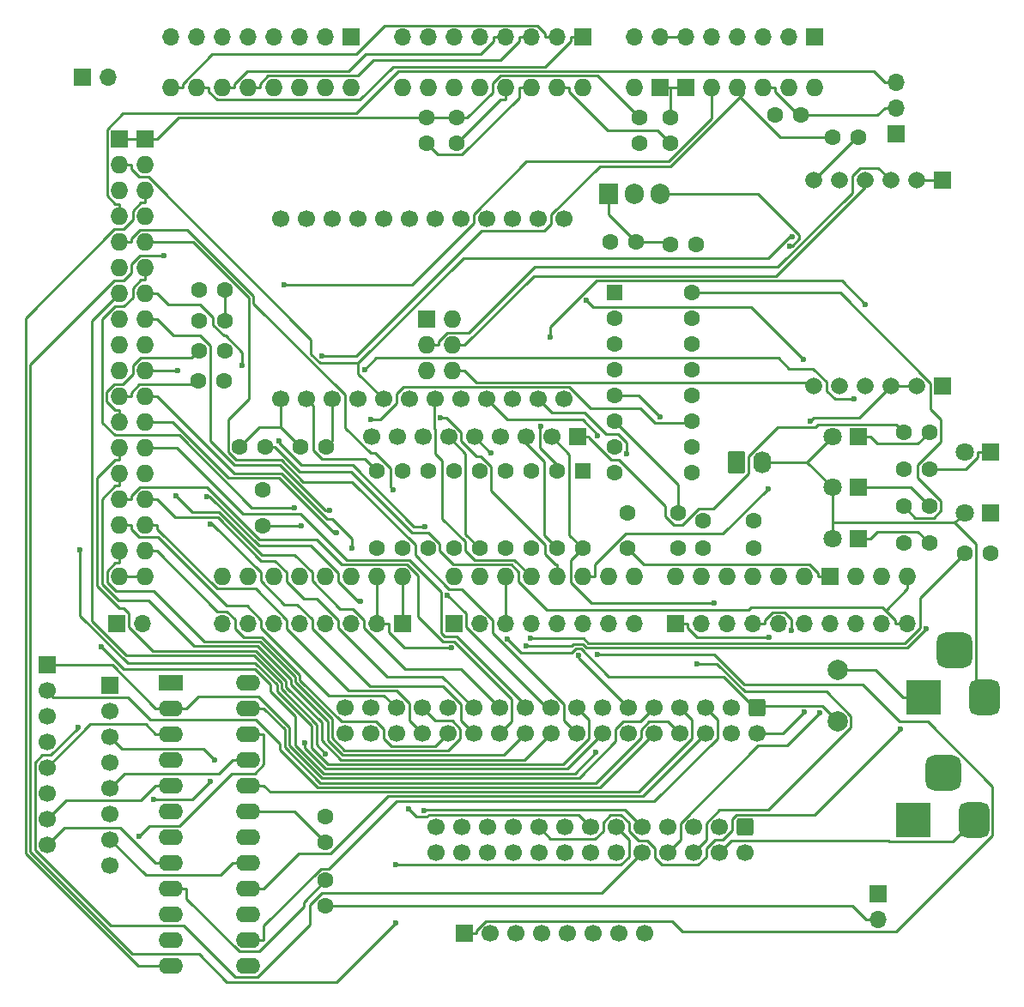
<source format=gbr>
G04 #@! TF.GenerationSoftware,KiCad,Pcbnew,9.0.4*
G04 #@! TF.CreationDate,2026-01-29T18:50:57+10:00*
G04 #@! TF.ProjectId,Jet Ranger DUE Prod Radio Controller,4a657420-5261-46e6-9765-722044554520,rev?*
G04 #@! TF.SameCoordinates,Original*
G04 #@! TF.FileFunction,Copper,L1,Top*
G04 #@! TF.FilePolarity,Positive*
%FSLAX46Y46*%
G04 Gerber Fmt 4.6, Leading zero omitted, Abs format (unit mm)*
G04 Created by KiCad (PCBNEW 9.0.4) date 2026-01-29 18:50:57*
%MOMM*%
%LPD*%
G01*
G04 APERTURE LIST*
G04 Aperture macros list*
%AMRoundRect*
0 Rectangle with rounded corners*
0 $1 Rounding radius*
0 $2 $3 $4 $5 $6 $7 $8 $9 X,Y pos of 4 corners*
0 Add a 4 corners polygon primitive as box body*
4,1,4,$2,$3,$4,$5,$6,$7,$8,$9,$2,$3,0*
0 Add four circle primitives for the rounded corners*
1,1,$1+$1,$2,$3*
1,1,$1+$1,$4,$5*
1,1,$1+$1,$6,$7*
1,1,$1+$1,$8,$9*
0 Add four rect primitives between the rounded corners*
20,1,$1+$1,$2,$3,$4,$5,0*
20,1,$1+$1,$4,$5,$6,$7,0*
20,1,$1+$1,$6,$7,$8,$9,0*
20,1,$1+$1,$8,$9,$2,$3,0*%
G04 Aperture macros list end*
G04 #@! TA.AperFunction,ComponentPad*
%ADD10C,1.600000*%
G04 #@! TD*
G04 #@! TA.AperFunction,ComponentPad*
%ADD11R,1.700000X1.700000*%
G04 #@! TD*
G04 #@! TA.AperFunction,ComponentPad*
%ADD12O,1.700000X1.700000*%
G04 #@! TD*
G04 #@! TA.AperFunction,ComponentPad*
%ADD13R,2.400000X1.600000*%
G04 #@! TD*
G04 #@! TA.AperFunction,ComponentPad*
%ADD14O,2.400000X1.600000*%
G04 #@! TD*
G04 #@! TA.AperFunction,ComponentPad*
%ADD15RoundRect,0.250000X-0.620000X-0.845000X0.620000X-0.845000X0.620000X0.845000X-0.620000X0.845000X0*%
G04 #@! TD*
G04 #@! TA.AperFunction,ComponentPad*
%ADD16O,1.740000X2.190000*%
G04 #@! TD*
G04 #@! TA.AperFunction,ComponentPad*
%ADD17R,1.800000X1.800000*%
G04 #@! TD*
G04 #@! TA.AperFunction,ComponentPad*
%ADD18C,1.800000*%
G04 #@! TD*
G04 #@! TA.AperFunction,ComponentPad*
%ADD19R,3.500000X3.500000*%
G04 #@! TD*
G04 #@! TA.AperFunction,ComponentPad*
%ADD20RoundRect,0.750000X0.750000X1.000000X-0.750000X1.000000X-0.750000X-1.000000X0.750000X-1.000000X0*%
G04 #@! TD*
G04 #@! TA.AperFunction,ComponentPad*
%ADD21RoundRect,0.875000X0.875000X0.875000X-0.875000X0.875000X-0.875000X-0.875000X0.875000X-0.875000X0*%
G04 #@! TD*
G04 #@! TA.AperFunction,ComponentPad*
%ADD22C,1.700000*%
G04 #@! TD*
G04 #@! TA.AperFunction,ComponentPad*
%ADD23RoundRect,0.250000X-0.550000X-0.550000X0.550000X-0.550000X0.550000X0.550000X-0.550000X0.550000X0*%
G04 #@! TD*
G04 #@! TA.AperFunction,ComponentPad*
%ADD24RoundRect,0.250000X-0.550000X0.550000X-0.550000X-0.550000X0.550000X-0.550000X0.550000X0.550000X0*%
G04 #@! TD*
G04 #@! TA.AperFunction,ComponentPad*
%ADD25C,2.000000*%
G04 #@! TD*
G04 #@! TA.AperFunction,ComponentPad*
%ADD26R,1.905000X2.000000*%
G04 #@! TD*
G04 #@! TA.AperFunction,ComponentPad*
%ADD27O,1.905000X2.000000*%
G04 #@! TD*
G04 #@! TA.AperFunction,ComponentPad*
%ADD28R,1.665000X1.665000*%
G04 #@! TD*
G04 #@! TA.AperFunction,ComponentPad*
%ADD29C,1.665000*%
G04 #@! TD*
G04 #@! TA.AperFunction,ComponentPad*
%ADD30RoundRect,0.250000X-0.600000X0.600000X-0.600000X-0.600000X0.600000X-0.600000X0.600000X0.600000X0*%
G04 #@! TD*
G04 #@! TA.AperFunction,ComponentPad*
%ADD31O,1.727200X1.727200*%
G04 #@! TD*
G04 #@! TA.AperFunction,ComponentPad*
%ADD32R,1.727200X1.727200*%
G04 #@! TD*
G04 #@! TA.AperFunction,ViaPad*
%ADD33C,0.600000*%
G04 #@! TD*
G04 #@! TA.AperFunction,Conductor*
%ADD34C,0.250000*%
G04 #@! TD*
G04 APERTURE END LIST*
D10*
X70940000Y-51500000D03*
X70940000Y-49000000D03*
X103250000Y-91500000D03*
X98250000Y-91500000D03*
D11*
X63500000Y-41046400D03*
D12*
X60960000Y-41046400D03*
X58420000Y-41046400D03*
X55880000Y-41046400D03*
X53340000Y-41046400D03*
X50800000Y-41046400D03*
X48260000Y-41046400D03*
X45720000Y-41046400D03*
D13*
X45750000Y-104750000D03*
D14*
X45750000Y-107290000D03*
X45750000Y-109830000D03*
X45750000Y-112370000D03*
X45750000Y-114910000D03*
X45750000Y-117450000D03*
X45750000Y-119990000D03*
X45750000Y-122530000D03*
X45750000Y-125070000D03*
X45750000Y-127610000D03*
X45750000Y-130150000D03*
X45750000Y-132690000D03*
X53370000Y-132690000D03*
X53370000Y-130150000D03*
X53370000Y-127610000D03*
X53370000Y-125070000D03*
X53370000Y-122530000D03*
X53370000Y-119990000D03*
X53370000Y-117450000D03*
X53370000Y-114910000D03*
X53370000Y-112370000D03*
X53370000Y-109830000D03*
X53370000Y-107290000D03*
X53370000Y-104750000D03*
D11*
X117298000Y-50550000D03*
D12*
X117298000Y-48010000D03*
X117298000Y-45470000D03*
D11*
X86360000Y-41046400D03*
D12*
X83820000Y-41046400D03*
X81280000Y-41046400D03*
X78740000Y-41046400D03*
X76200000Y-41046400D03*
X73660000Y-41046400D03*
X71120000Y-41046400D03*
X68580000Y-41046400D03*
D15*
X101500000Y-83000000D03*
D16*
X104040000Y-83000000D03*
D10*
X51040000Y-72000000D03*
X48500000Y-72000000D03*
D17*
X126540000Y-88000000D03*
D18*
X124000000Y-88000000D03*
D10*
X61000000Y-117960000D03*
X61000000Y-120500000D03*
X118000000Y-83666700D03*
X120540000Y-83666700D03*
X51040000Y-66000000D03*
X48500000Y-66000000D03*
X118000000Y-80000000D03*
X120540000Y-80000000D03*
D11*
X37000000Y-45000000D03*
D12*
X39540000Y-45000000D03*
D19*
X118949000Y-118350000D03*
D20*
X124949000Y-118350000D03*
D21*
X121949000Y-113650000D03*
D11*
X74720000Y-129500000D03*
D22*
X77260000Y-129500000D03*
X79800000Y-129500000D03*
X82340000Y-129500000D03*
X84880000Y-129500000D03*
X87420000Y-129500000D03*
X89960000Y-129500000D03*
X92500000Y-129500000D03*
D23*
X89515000Y-66250000D03*
D10*
X89515000Y-68790000D03*
X89515000Y-71330000D03*
X89515000Y-73870000D03*
X89515000Y-76410000D03*
X89515000Y-78950000D03*
X89515000Y-81490000D03*
X89515000Y-84030000D03*
X97135000Y-84030000D03*
X97135000Y-81490000D03*
X97135000Y-78950000D03*
X97135000Y-76410000D03*
X97135000Y-73870000D03*
X97135000Y-71330000D03*
X97135000Y-68790000D03*
X97135000Y-66250000D03*
X73950000Y-51500000D03*
X73950000Y-49000000D03*
D17*
X113500000Y-85500000D03*
D18*
X110960000Y-85500000D03*
D10*
X54750000Y-85750000D03*
X54750000Y-89250000D03*
D17*
X126540000Y-82000000D03*
D18*
X124000000Y-82000000D03*
D24*
X86320000Y-83880000D03*
D10*
X83780000Y-83880000D03*
X81240000Y-83880000D03*
X78700000Y-83880000D03*
X76160000Y-83880000D03*
X73620000Y-83880000D03*
X71080000Y-83880000D03*
X68540000Y-83880000D03*
X66000000Y-83880000D03*
X66000000Y-91500000D03*
X68540000Y-91500000D03*
X71080000Y-91500000D03*
X73620000Y-91500000D03*
X76160000Y-91500000D03*
X78700000Y-91500000D03*
X81240000Y-91500000D03*
X83780000Y-91500000D03*
X86320000Y-91500000D03*
X51040000Y-69000000D03*
X48500000Y-69000000D03*
X51000000Y-75000000D03*
X48460000Y-75000000D03*
X118000000Y-87333300D03*
X120540000Y-87333300D03*
X124000000Y-92000000D03*
X126540000Y-92000000D03*
D25*
X111490000Y-108580000D03*
X111500000Y-103500000D03*
D11*
X68580000Y-98958400D03*
D12*
X66040000Y-98958400D03*
X63500000Y-98958400D03*
X60960000Y-98958400D03*
X58420000Y-98958400D03*
X55880000Y-98958400D03*
X53340000Y-98958400D03*
X50800000Y-98958400D03*
D11*
X33500000Y-103000000D03*
D22*
X33500000Y-105540000D03*
X33500000Y-108080000D03*
X33500000Y-110620000D03*
X33500000Y-113160000D03*
X33500000Y-115700000D03*
X33500000Y-118240000D03*
X33500000Y-120780000D03*
D10*
X94960000Y-61500000D03*
X97500000Y-61500000D03*
D26*
X88920000Y-56500000D03*
D27*
X91460000Y-56500000D03*
X94000000Y-56500000D03*
D28*
X121809000Y-55183300D03*
D29*
X119269000Y-55183300D03*
X116729000Y-55183300D03*
X114189000Y-55183300D03*
X111649000Y-55183300D03*
X109109000Y-55183300D03*
D28*
X121809000Y-75503300D03*
D29*
X119269000Y-75503300D03*
X116729000Y-75503300D03*
X114189000Y-75503300D03*
X111649000Y-75503300D03*
X109109000Y-75503300D03*
D17*
X113500000Y-90500000D03*
D18*
X110960000Y-90500000D03*
D10*
X118000000Y-91000000D03*
X120540000Y-91000000D03*
D11*
X109220000Y-41046400D03*
D12*
X106680000Y-41046400D03*
X104140000Y-41046400D03*
X101600000Y-41046400D03*
X99060000Y-41046400D03*
X96520000Y-41046400D03*
X93980000Y-41046400D03*
X91440000Y-41046400D03*
D10*
X95000000Y-51500000D03*
X95000000Y-49000000D03*
D11*
X115450000Y-125560000D03*
D12*
X115450000Y-128100000D03*
D10*
X58500000Y-81500000D03*
X61040000Y-81500000D03*
X61000000Y-126750000D03*
X61000000Y-124250000D03*
D22*
X56560000Y-76750000D03*
X59100000Y-76750000D03*
X61640000Y-76750000D03*
X64180000Y-76750000D03*
X66720000Y-76750000D03*
X69260000Y-76750000D03*
X71800000Y-76750000D03*
X74340000Y-76750000D03*
X76880000Y-76750000D03*
X79420000Y-76750000D03*
X81960000Y-76750000D03*
X84500000Y-76750000D03*
X84500000Y-58970000D03*
X81960000Y-58970000D03*
X79420000Y-58970000D03*
X76880000Y-58970000D03*
X74340000Y-58970000D03*
X71800000Y-58970000D03*
X69260000Y-58970000D03*
X66720000Y-58970000D03*
X64180000Y-58970000D03*
X61640000Y-58970000D03*
X59100000Y-58970000D03*
X56560000Y-58970000D03*
D10*
X110960000Y-50900000D03*
X113500000Y-50900000D03*
X89037500Y-61212500D03*
X91577500Y-61212500D03*
D30*
X103530000Y-107250000D03*
D22*
X103530000Y-109790000D03*
X100990000Y-107250000D03*
X100990000Y-109790000D03*
X98450000Y-107250000D03*
X98450000Y-109790000D03*
X95910000Y-107250000D03*
X95910000Y-109790000D03*
X93370000Y-107250000D03*
X93370000Y-109790000D03*
X90830000Y-107250000D03*
X90830000Y-109790000D03*
X88290000Y-107250000D03*
X88290000Y-109790000D03*
X85750000Y-107250000D03*
X85750000Y-109790000D03*
X83210000Y-107250000D03*
X83210000Y-109790000D03*
X80670000Y-107250000D03*
X80670000Y-109790000D03*
X78130000Y-107250000D03*
X78130000Y-109790000D03*
X75590000Y-107250000D03*
X75590000Y-109790000D03*
X73050000Y-107250000D03*
X73050000Y-109790000D03*
X70510000Y-107250000D03*
X70510000Y-109790000D03*
X67970000Y-107250000D03*
X67970000Y-109790000D03*
X65430000Y-107250000D03*
X65430000Y-109790000D03*
X62890000Y-107250000D03*
X62890000Y-109790000D03*
D10*
X52500000Y-81500000D03*
X55040000Y-81500000D03*
X105350000Y-48750000D03*
X107890000Y-48750000D03*
X91990000Y-51500000D03*
X91990000Y-49000000D03*
D11*
X39750000Y-105000000D03*
D22*
X39750000Y-107540000D03*
X39750000Y-110080000D03*
X39750000Y-112620000D03*
X39750000Y-115160000D03*
X39750000Y-117700000D03*
X39750000Y-120240000D03*
X39750000Y-122780000D03*
D17*
X113500000Y-80500000D03*
D18*
X110960000Y-80500000D03*
D10*
X103250000Y-88750000D03*
X98250000Y-88750000D03*
X95750000Y-88000000D03*
X90750000Y-88000000D03*
D11*
X85820000Y-80500000D03*
D22*
X83280000Y-80500000D03*
X80740000Y-80500000D03*
X78200000Y-80500000D03*
X75660000Y-80500000D03*
X73120000Y-80500000D03*
X70580000Y-80500000D03*
X68040000Y-80500000D03*
X65500000Y-80500000D03*
D19*
X120000000Y-106207500D03*
D20*
X126000000Y-106207500D03*
D21*
X123000000Y-101507500D03*
D11*
X95504000Y-98958400D03*
D12*
X98044000Y-98958400D03*
X100584000Y-98958400D03*
X103124000Y-98958400D03*
X105664000Y-98958400D03*
X108204000Y-98958400D03*
X110744000Y-98958400D03*
X113284000Y-98958400D03*
X115824000Y-98958400D03*
X118364000Y-98958400D03*
D30*
X102330000Y-119000000D03*
D22*
X102330000Y-121540000D03*
X99790000Y-119000000D03*
X99790000Y-121540000D03*
X97250000Y-119000000D03*
X97250000Y-121540000D03*
X94710000Y-119000000D03*
X94710000Y-121540000D03*
X92170000Y-119000000D03*
X92170000Y-121540000D03*
X89630000Y-119000000D03*
X89630000Y-121540000D03*
X87090000Y-119000000D03*
X87090000Y-121540000D03*
X84550000Y-119000000D03*
X84550000Y-121540000D03*
X82010000Y-119000000D03*
X82010000Y-121540000D03*
X79470000Y-119000000D03*
X79470000Y-121540000D03*
X76930000Y-119000000D03*
X76930000Y-121540000D03*
X74390000Y-119000000D03*
X74390000Y-121540000D03*
X71850000Y-119000000D03*
X71850000Y-121540000D03*
D10*
X95750000Y-91500000D03*
X90750000Y-91500000D03*
D11*
X40411400Y-98933000D03*
D12*
X42951400Y-98933000D03*
D11*
X73660000Y-98958400D03*
D12*
X76200000Y-98958400D03*
X78740000Y-98958400D03*
X81280000Y-98958400D03*
X83820000Y-98958400D03*
X86360000Y-98958400D03*
X88900000Y-98958400D03*
X91440000Y-98958400D03*
D31*
X109205000Y-46039300D03*
X101585000Y-46039300D03*
X99045000Y-46039300D03*
X70978000Y-73979300D03*
X43165000Y-94299300D03*
X40625000Y-94299300D03*
X86345000Y-46039300D03*
X83805000Y-46039300D03*
X81265000Y-46039300D03*
X78725000Y-46039300D03*
X76185000Y-46039300D03*
X73645000Y-46039300D03*
X71105000Y-46039300D03*
X68565000Y-46039300D03*
X63485000Y-46039300D03*
X60945000Y-46039300D03*
X58405000Y-46039300D03*
X55865000Y-46039300D03*
X113269000Y-94299300D03*
X48245000Y-46039300D03*
X45705000Y-46039300D03*
X73645000Y-94299300D03*
X76185000Y-94299300D03*
X78725000Y-94299300D03*
X81265000Y-94299300D03*
X83805000Y-94299300D03*
X86345000Y-94299300D03*
X88885000Y-94299300D03*
X91425000Y-94299300D03*
X95489000Y-94299300D03*
X98029000Y-94299300D03*
X100569000Y-94299300D03*
X103109000Y-94299300D03*
X105649000Y-94299300D03*
X108189000Y-94299300D03*
X68565000Y-94299300D03*
X66025000Y-94299300D03*
X63485000Y-94299300D03*
X60945000Y-94299300D03*
X58405000Y-94299300D03*
X55865000Y-94299300D03*
X53325000Y-94299300D03*
X50785000Y-94299300D03*
X43165000Y-91759300D03*
X40625000Y-91759300D03*
X43165000Y-89219300D03*
X40625000Y-89219300D03*
X43165000Y-86679300D03*
X40625000Y-86679300D03*
X43165000Y-84139300D03*
X40625000Y-84139300D03*
X43165000Y-81599300D03*
X40625000Y-81599300D03*
X43165000Y-79059300D03*
X40625000Y-79059300D03*
X43165000Y-76519300D03*
X40625000Y-76519300D03*
X43165000Y-73979300D03*
X40625000Y-73979300D03*
X43165000Y-71439300D03*
X40625000Y-71439300D03*
X43165000Y-68899300D03*
X40625000Y-68899300D03*
X43165000Y-66359300D03*
X40625000Y-66359300D03*
X43165000Y-63819300D03*
X40625000Y-63819300D03*
X43165000Y-61279300D03*
X40625000Y-61279300D03*
X43165000Y-58739300D03*
X40625000Y-58739300D03*
X43165000Y-56199300D03*
X40625000Y-56199300D03*
X43165000Y-53659300D03*
X40625000Y-53659300D03*
X53325000Y-46039300D03*
X50785000Y-46039300D03*
D32*
X110729000Y-94299300D03*
X96505000Y-46039300D03*
X93965000Y-46039300D03*
X70978000Y-68899300D03*
X43165000Y-51119300D03*
X40625000Y-51119300D03*
D31*
X106665000Y-46039300D03*
X73518000Y-73979300D03*
X70978000Y-71439300D03*
X104125000Y-46039300D03*
X73518000Y-68899300D03*
X73518000Y-71439300D03*
X118349000Y-94299300D03*
X115809000Y-94299300D03*
X91425000Y-46039300D03*
D33*
X87842200Y-101939600D03*
X58609300Y-89240800D03*
X78939900Y-100419800D03*
X56904100Y-65467500D03*
X57905500Y-87492500D03*
X58968800Y-110672300D03*
X64846500Y-73843600D03*
X113101900Y-76779200D03*
X106946400Y-99618400D03*
X49585200Y-89070500D03*
X107001400Y-60759200D03*
X82240800Y-79436500D03*
X120269100Y-99399900D03*
X80742100Y-101097800D03*
X81172600Y-100392500D03*
X73387400Y-101305500D03*
X104640200Y-85616000D03*
X108840900Y-78911900D03*
X60618700Y-72501000D03*
X62078500Y-89971000D03*
X56393900Y-80854300D03*
X70807600Y-89313000D03*
X43986500Y-116275400D03*
X49589200Y-114533600D03*
X50052500Y-112381600D03*
X36782800Y-91616000D03*
X63548700Y-91467300D03*
X46212800Y-86337900D03*
X67672100Y-85733200D03*
X73011000Y-96118700D03*
X109719200Y-107750800D03*
X108145400Y-72851500D03*
X86689300Y-66983400D03*
X42572800Y-119918900D03*
X99314000Y-96887100D03*
X77285200Y-82081800D03*
X85908100Y-102013700D03*
X65418600Y-78770900D03*
X97647000Y-102879200D03*
X104756100Y-100233500D03*
X94002700Y-78511200D03*
X52786900Y-73435300D03*
X36561300Y-109166000D03*
X46412500Y-73979400D03*
X49294500Y-86391100D03*
X64392200Y-96747600D03*
X70733700Y-117384900D03*
X108211900Y-107679500D03*
X106763400Y-61633700D03*
X61357400Y-87769400D03*
X69136600Y-117238600D03*
X90690700Y-82162200D03*
X61001100Y-111750000D03*
X38830000Y-101202200D03*
X87657600Y-111635600D03*
X114231600Y-67414300D03*
X117717900Y-109347400D03*
X83121400Y-70616000D03*
X87815200Y-80342400D03*
X67879900Y-122729800D03*
X45004500Y-62630600D03*
X67879900Y-128445400D03*
X72338200Y-78641000D03*
D34*
X99285600Y-101939600D02*
X87842200Y-101939600D01*
X74720000Y-129500000D02*
X75895100Y-129500000D01*
X126788500Y-114975000D02*
X120414700Y-108601200D01*
X96189300Y-129316500D02*
X117306100Y-129316500D01*
X113943900Y-104902400D02*
X102248400Y-104902400D01*
X75895100Y-129203000D02*
X76812400Y-128285700D01*
X75895100Y-129500000D02*
X75895100Y-129203000D01*
X117642700Y-108601200D02*
X113943900Y-104902400D01*
X117306100Y-129316500D02*
X126788500Y-119834100D01*
X126788500Y-119834100D02*
X126788500Y-114975000D01*
X95158500Y-128285700D02*
X96189300Y-129316500D01*
X120414700Y-108601200D02*
X117642700Y-108601200D01*
X76812400Y-128285700D02*
X95158500Y-128285700D01*
X102248400Y-104902400D02*
X99285600Y-101939600D01*
X74966500Y-49000000D02*
X77455000Y-46511500D01*
X108460000Y-83000000D02*
X110960000Y-85500000D01*
X126000000Y-106207500D02*
X125125200Y-105332700D01*
X108723200Y-93110600D02*
X92360600Y-93110600D01*
X110960000Y-90500000D02*
X110960000Y-88942600D01*
X44353700Y-51119300D02*
X46473000Y-49000000D01*
X95000000Y-46039300D02*
X96505000Y-46039300D01*
X58609300Y-89240800D02*
X54759200Y-89240800D01*
X122870700Y-120428300D02*
X116628300Y-120428300D01*
X59770000Y-77420000D02*
X59770000Y-81821600D01*
X110960000Y-88942600D02*
X123057400Y-88942600D01*
X109540300Y-93927700D02*
X108723200Y-93110600D01*
X116523200Y-120323200D02*
X101006800Y-120323200D01*
X108460000Y-83000000D02*
X110960000Y-80500000D01*
X59770000Y-81821600D02*
X60648700Y-82700300D01*
X87840600Y-44850600D02*
X91990000Y-49000000D01*
X60648700Y-82700300D02*
X64820300Y-82700300D01*
X78218500Y-44850600D02*
X87840600Y-44850600D01*
X110960000Y-88942600D02*
X110960000Y-85500000D01*
X40625000Y-51119300D02*
X43165000Y-51119300D01*
X46473000Y-49000000D02*
X70940000Y-49000000D01*
X54433600Y-131286400D02*
X52495800Y-131286400D01*
X77455000Y-45614100D02*
X78218500Y-44850600D01*
X64820300Y-82700300D02*
X66000000Y-83880000D01*
X116628300Y-120428300D02*
X116523200Y-120323200D01*
X93980000Y-41046400D02*
X96520000Y-41046400D01*
X125125200Y-91010400D02*
X123057400Y-88942600D01*
X47275100Y-126065700D02*
X47275100Y-125070000D01*
X58833800Y-126416200D02*
X58833800Y-126886200D01*
X70940000Y-49000000D02*
X73950000Y-49000000D01*
X59100000Y-76750000D02*
X59770000Y-77420000D01*
X92360600Y-93110600D02*
X90750000Y-91500000D01*
X54759200Y-89240800D02*
X54750000Y-89250000D01*
X58833800Y-126886200D02*
X54433600Y-131286400D01*
X119269000Y-55183300D02*
X121809000Y-55183300D01*
X77455000Y-46511500D02*
X77455000Y-45614100D01*
X123057400Y-88942600D02*
X124000000Y-88000000D01*
X73950000Y-49000000D02*
X74966500Y-49000000D01*
X43165000Y-51119300D02*
X44353700Y-51119300D01*
X124949000Y-118350000D02*
X122870700Y-120428300D01*
X125125200Y-105332700D02*
X125125200Y-91010400D01*
X93965000Y-46039300D02*
X95000000Y-46039300D01*
X52495800Y-131286400D02*
X47275100Y-126065700D01*
X109540300Y-94299300D02*
X109540300Y-93927700D01*
X101006800Y-120323200D02*
X99790000Y-121540000D01*
X61000000Y-124250000D02*
X58833800Y-126416200D01*
X104040000Y-83000000D02*
X108460000Y-83000000D01*
X95000000Y-46039300D02*
X95000000Y-49000000D01*
X45750000Y-125070000D02*
X47275100Y-125070000D01*
X110729000Y-94299300D02*
X109540300Y-94299300D01*
X114274900Y-128100000D02*
X112924900Y-126750000D01*
X115450000Y-128100000D02*
X114274900Y-128100000D01*
X112924900Y-126750000D02*
X61000000Y-126750000D01*
X53370000Y-117450000D02*
X57950000Y-117450000D01*
X57950000Y-117450000D02*
X61000000Y-120500000D01*
X111490000Y-108580000D02*
X109964400Y-107054400D01*
X80306600Y-101786500D02*
X85251400Y-101786500D01*
X103322600Y-107250000D02*
X103530000Y-107250000D01*
X85820000Y-80500000D02*
X86995100Y-80500000D01*
X96173300Y-89168100D02*
X97780100Y-87561300D01*
X86995100Y-80579600D02*
X89175500Y-82760000D01*
X117259400Y-79259400D02*
X118000000Y-80000000D01*
X105583400Y-79537000D02*
X109266100Y-79537000D01*
X102704100Y-84086400D02*
X102704100Y-82416300D01*
X89892700Y-82760000D02*
X94484200Y-87351500D01*
X109266100Y-79537000D02*
X109543700Y-79259400D01*
X85251400Y-101786500D02*
X85649300Y-101388600D01*
X86167100Y-101388600D02*
X88937500Y-104159000D01*
X103725600Y-107054400D02*
X103530000Y-107250000D01*
X94484200Y-88337800D02*
X95314500Y-89168100D01*
X85649300Y-101388600D02*
X86167100Y-101388600D01*
X109964400Y-107054400D02*
X103725600Y-107054400D01*
X100231600Y-104159000D02*
X103322600Y-107250000D01*
X97780100Y-87561300D02*
X99229200Y-87561300D01*
X99229200Y-87561300D02*
X102704100Y-84086400D01*
X109543700Y-79259400D02*
X117259400Y-79259400D01*
X94484200Y-87351500D02*
X94484200Y-88337800D01*
X89175500Y-82760000D02*
X89892700Y-82760000D01*
X102704100Y-82416300D02*
X105583400Y-79537000D01*
X78939900Y-100419800D02*
X80306600Y-101786500D01*
X86995100Y-80500000D02*
X86995100Y-80579600D01*
X95314500Y-89168100D02*
X96173300Y-89168100D01*
X88937500Y-104159000D02*
X100231600Y-104159000D01*
X31404400Y-68743500D02*
X31404400Y-121627500D01*
X41976300Y-59074800D02*
X41041800Y-60009300D01*
X41976300Y-58205100D02*
X41976300Y-59074800D01*
X40138600Y-60009300D02*
X31404400Y-68743500D01*
X43165000Y-57388000D02*
X42793400Y-57388000D01*
X42793400Y-57388000D02*
X41976300Y-58205100D01*
X31404400Y-121627500D02*
X42466900Y-132690000D01*
X42466900Y-132690000D02*
X45750000Y-132690000D01*
X43165000Y-56199300D02*
X43165000Y-57388000D01*
X41041800Y-60009300D02*
X40138600Y-60009300D01*
X121020700Y-88472500D02*
X121706800Y-87786400D01*
X121706800Y-87786400D02*
X121706800Y-86853100D01*
X121706800Y-86853100D02*
X119386000Y-84532300D01*
X119386000Y-84532300D02*
X119386000Y-83220500D01*
X51040000Y-66000000D02*
X51040000Y-69000000D01*
X56904100Y-65467500D02*
X69537300Y-65467500D01*
X118000000Y-87333300D02*
X119139200Y-88472500D01*
X99045000Y-49071600D02*
X99045000Y-46039300D01*
X69537300Y-65467500D02*
X75610000Y-59394800D01*
X94793600Y-53323000D02*
X99045000Y-49071600D01*
X120651300Y-75174500D02*
X111726800Y-66250000D01*
X111726800Y-66250000D02*
X97135000Y-66250000D01*
X40625000Y-94299300D02*
X43165000Y-94299300D01*
X119139200Y-88472500D02*
X121020700Y-88472500D01*
X121667700Y-80938800D02*
X121667700Y-78784300D01*
X119386000Y-83220500D02*
X121667700Y-80938800D01*
X80781700Y-53323000D02*
X94793600Y-53323000D01*
X121667700Y-78784300D02*
X120651300Y-77767900D01*
X75610000Y-59394800D02*
X75610000Y-58494700D01*
X120651300Y-77767900D02*
X120651300Y-75174500D01*
X75610000Y-58494700D02*
X80781700Y-53323000D01*
X114189000Y-55831200D02*
X114189000Y-55183300D01*
X81522400Y-64623600D02*
X105396600Y-64623600D01*
X73518000Y-71439300D02*
X74706700Y-71439300D01*
X74706700Y-71439300D02*
X81522400Y-64623600D01*
X105396600Y-64623600D02*
X114189000Y-55831200D01*
X46544100Y-80329300D02*
X40178100Y-80329300D01*
X41058200Y-67629300D02*
X41976300Y-66711200D01*
X60989000Y-113258500D02*
X58968800Y-111238300D01*
X57905500Y-87492500D02*
X53707300Y-87492500D01*
X41976300Y-65825100D02*
X42793400Y-65008000D01*
X84821500Y-113258500D02*
X60989000Y-113258500D01*
X38955900Y-79107100D02*
X38955900Y-68858600D01*
X58968800Y-111238300D02*
X58968800Y-110672300D01*
X42793400Y-65008000D02*
X43165000Y-65008000D01*
X40185200Y-67629300D02*
X41058200Y-67629300D01*
X41976300Y-66711200D02*
X41976300Y-65825100D01*
X40178100Y-80329300D02*
X38955900Y-79107100D01*
X53707300Y-87492500D02*
X46544100Y-80329300D01*
X88290000Y-109790000D02*
X84821500Y-113258500D01*
X38955900Y-68858600D02*
X40185200Y-67629300D01*
X43165000Y-63819300D02*
X43165000Y-65008000D01*
X105651300Y-72709300D02*
X106699300Y-73757300D01*
X110379000Y-75944100D02*
X111214100Y-76779200D01*
X61640000Y-76750000D02*
X61640000Y-80900000D01*
X106699300Y-73757300D02*
X109091400Y-73757300D01*
X111214100Y-76779200D02*
X113101900Y-76779200D01*
X64846500Y-73843600D02*
X65980800Y-72709300D01*
X61640000Y-80900000D02*
X61040000Y-81500000D01*
X110379000Y-75044900D02*
X110379000Y-75944100D01*
X109091400Y-73757300D02*
X110379000Y-75044900D01*
X65980800Y-72709300D02*
X105651300Y-72709300D01*
X118364000Y-98958400D02*
X117188900Y-98958400D01*
X71109200Y-89938100D02*
X72205100Y-91034000D01*
X79299700Y-93110600D02*
X79995000Y-93805900D01*
X72205100Y-91735400D02*
X73580300Y-93110600D01*
X118349000Y-95488000D02*
X116217400Y-97619600D01*
X73580300Y-93110600D02*
X79299700Y-93110600D01*
X115931000Y-97333200D02*
X116217400Y-97619600D01*
X55992000Y-81500000D02*
X58428100Y-83936100D01*
X117188900Y-98958400D02*
X117188900Y-98591100D01*
X82767700Y-97558200D02*
X102712600Y-97558200D01*
X118349000Y-94299300D02*
X118349000Y-95488000D01*
X69524200Y-89938100D02*
X71109200Y-89938100D01*
X102712600Y-97558200D02*
X102937600Y-97333200D01*
X79995000Y-93805900D02*
X79995000Y-94785500D01*
X58428100Y-83936100D02*
X63522200Y-83936100D01*
X79995000Y-94785500D02*
X82767700Y-97558200D01*
X63522200Y-83936100D02*
X69524200Y-89938100D01*
X102937600Y-97333200D02*
X115931000Y-97333200D01*
X55040000Y-81500000D02*
X55992000Y-81500000D01*
X72205100Y-91034000D02*
X72205100Y-91735400D01*
X117188900Y-98591100D02*
X116217400Y-97619600D01*
X103124000Y-98958400D02*
X104299100Y-98958400D01*
X104299100Y-98958400D02*
X104299100Y-98591100D01*
X106229300Y-97783300D02*
X106946400Y-98500400D01*
X105106900Y-97783300D02*
X106229300Y-97783300D01*
X106946400Y-98500400D02*
X106946400Y-99618400D01*
X104299100Y-98591100D02*
X105106900Y-97783300D01*
X74320000Y-108520000D02*
X75590000Y-109790000D01*
X40956000Y-75330600D02*
X41976200Y-74310400D01*
X54595000Y-94712500D02*
X56903900Y-97021400D01*
X59690000Y-98533400D02*
X59690000Y-99405000D01*
X58178000Y-97021400D02*
X59690000Y-98533400D01*
X59690000Y-99405000D02*
X65357000Y-105072000D01*
X47790700Y-72709300D02*
X48500000Y-72000000D01*
X49585200Y-89070500D02*
X49810300Y-89070500D01*
X40132700Y-75330600D02*
X40956000Y-75330600D01*
X65357000Y-105072000D02*
X72538600Y-105072000D01*
X54595000Y-93855200D02*
X54595000Y-94712500D01*
X41976200Y-73464900D02*
X42731800Y-72709300D01*
X56903900Y-97021400D02*
X58178000Y-97021400D01*
X74320000Y-106853400D02*
X74320000Y-108520000D01*
X72538600Y-105072000D02*
X74320000Y-106853400D01*
X40625000Y-79059300D02*
X40625000Y-77870600D01*
X41976200Y-74310400D02*
X41976200Y-73464900D01*
X49810300Y-89070500D02*
X54595000Y-93855200D01*
X40253500Y-77870600D02*
X39406100Y-77023200D01*
X39406100Y-77023200D02*
X39406100Y-76057200D01*
X40625000Y-77870600D02*
X40253500Y-77870600D01*
X42731800Y-72709300D02*
X47790700Y-72709300D01*
X39406100Y-76057200D02*
X40132700Y-75330600D01*
X43510600Y-54848000D02*
X42630800Y-54848000D01*
X41813700Y-54030900D02*
X41813700Y-53659300D01*
X66720000Y-76750000D02*
X64221400Y-74251400D01*
X64221400Y-73218600D02*
X60440200Y-73218600D01*
X40625000Y-53659300D02*
X41813700Y-53659300D01*
X64221400Y-73218600D02*
X74618300Y-62821700D01*
X106753900Y-60759200D02*
X107001400Y-60759200D01*
X60440200Y-73218600D02*
X59543400Y-72321800D01*
X42630800Y-54848000D02*
X41813700Y-54030900D01*
X104691400Y-62821700D02*
X106753900Y-60759200D01*
X64221400Y-74251400D02*
X64221400Y-73218600D01*
X59543400Y-70880800D02*
X43510600Y-54848000D01*
X59543400Y-72321800D02*
X59543400Y-70880800D01*
X74618300Y-62821700D02*
X104691400Y-62821700D01*
X82104800Y-79572500D02*
X82240800Y-79436500D01*
X82104800Y-81546600D02*
X82104800Y-79572500D01*
X83780000Y-83880000D02*
X83780000Y-83221800D01*
X83780000Y-83221800D02*
X82104800Y-81546600D01*
X66730500Y-106010500D02*
X61265300Y-106010500D01*
X61265300Y-106010500D02*
X54610000Y-99355200D01*
X44480900Y-90408000D02*
X42630800Y-90408000D01*
X67970000Y-107250000D02*
X66730500Y-106010500D01*
X53221400Y-97153100D02*
X51226000Y-97153100D01*
X54610000Y-99355200D02*
X54610000Y-98541700D01*
X51226000Y-97153100D02*
X44480900Y-90408000D01*
X41813700Y-89590900D02*
X41813700Y-89219300D01*
X42630800Y-90408000D02*
X41813700Y-89590900D01*
X40625000Y-89219300D02*
X41813700Y-89219300D01*
X54610000Y-98541700D02*
X53221400Y-97153100D01*
X108718000Y-75112300D02*
X75839700Y-75112300D01*
X75839700Y-75112300D02*
X74706700Y-73979300D01*
X109109000Y-75503300D02*
X108718000Y-75112300D01*
X73518000Y-73979300D02*
X74706700Y-73979300D01*
X62230000Y-99350500D02*
X67051300Y-104171800D01*
X72511800Y-104171800D02*
X75590000Y-107250000D01*
X46119700Y-88445300D02*
X50347100Y-88445300D01*
X43165000Y-86679300D02*
X44353700Y-86679300D01*
X50347100Y-88445300D02*
X54616900Y-92715100D01*
X67051300Y-104171800D02*
X72511800Y-104171800D01*
X62230000Y-98553100D02*
X62230000Y-99350500D01*
X44353700Y-86679300D02*
X46119700Y-88445300D01*
X60153300Y-96476400D02*
X62230000Y-98553100D01*
X58839100Y-96476400D02*
X60153300Y-96476400D01*
X54616900Y-92715100D02*
X55967700Y-92715100D01*
X57135000Y-93882400D02*
X57135000Y-94772300D01*
X55967700Y-92715100D02*
X57135000Y-93882400D01*
X57135000Y-94772300D02*
X58839100Y-96476400D01*
X107632700Y-48750000D02*
X107890000Y-48750000D01*
X115382900Y-48750000D02*
X116122900Y-48010000D01*
X105313700Y-46431000D02*
X107632700Y-48750000D01*
X117298000Y-48010000D02*
X116122900Y-48010000D01*
X104125000Y-46039300D02*
X105313700Y-46039300D01*
X105313700Y-46039300D02*
X105313700Y-46431000D01*
X107890000Y-48750000D02*
X115382900Y-48750000D01*
X72983800Y-70250600D02*
X72166700Y-71067700D01*
X112919000Y-56416900D02*
X105614000Y-63721900D01*
X81620200Y-63721900D02*
X75091500Y-70250600D01*
X112919000Y-54738600D02*
X112919000Y-56416900D01*
X72166700Y-71067700D02*
X72166700Y-71439300D01*
X105614000Y-63721900D02*
X81620200Y-63721900D01*
X70978000Y-71439300D02*
X72166700Y-71439300D01*
X115517000Y-53971300D02*
X113686300Y-53971300D01*
X116729000Y-55183300D02*
X115517000Y-53971300D01*
X113686300Y-53971300D02*
X112919000Y-54738600D01*
X75091500Y-70250600D02*
X72983800Y-70250600D01*
X68580000Y-95503000D02*
X68580000Y-98958400D01*
X120269100Y-99399900D02*
X118360200Y-101308800D01*
X118360200Y-101308800D02*
X86723900Y-101308800D01*
X86353600Y-100938500D02*
X85462700Y-100938500D01*
X85462700Y-100938500D02*
X85303400Y-101097800D01*
X85303400Y-101097800D02*
X80742100Y-101097800D01*
X68565000Y-94299300D02*
X68565000Y-95488000D01*
X68565000Y-95488000D02*
X68580000Y-95503000D01*
X86723900Y-101308800D02*
X86353600Y-100938500D01*
X86444200Y-100392500D02*
X81172600Y-100392500D01*
X67215100Y-98958400D02*
X67215100Y-99766300D01*
X66025000Y-95488000D02*
X66040000Y-95503000D01*
X66040000Y-95503000D02*
X66040000Y-98958400D01*
X118142900Y-100858600D02*
X86910300Y-100858600D01*
X119644000Y-96356000D02*
X119644000Y-99357500D01*
X124000000Y-92000000D02*
X119644000Y-96356000D01*
X68754300Y-101305500D02*
X73387400Y-101305500D01*
X119644000Y-99357500D02*
X118142900Y-100858600D01*
X86910300Y-100858600D02*
X86444200Y-100392500D01*
X67215100Y-99766300D02*
X68754300Y-101305500D01*
X66040000Y-98958400D02*
X67215100Y-98958400D01*
X66025000Y-94299300D02*
X66025000Y-95488000D01*
X109109000Y-55183300D02*
X113392300Y-50900000D01*
X113392300Y-50900000D02*
X113500000Y-50900000D01*
X86345000Y-94299300D02*
X87533700Y-94299300D01*
X104640200Y-85616000D02*
X100199900Y-90056300D01*
X100199900Y-90056300D02*
X90588000Y-90056300D01*
X90588000Y-90056300D02*
X87533700Y-93110600D01*
X87533700Y-93110600D02*
X87533700Y-94299300D01*
X105847800Y-50900000D02*
X110960000Y-50900000D01*
X101850600Y-46902700D02*
X94980100Y-53773200D01*
X83230000Y-58564600D02*
X83230000Y-59453700D01*
X56560000Y-76750000D02*
X56560000Y-79560000D01*
X88021400Y-53773200D02*
X83230000Y-58564600D01*
X54440000Y-79560000D02*
X56560000Y-79560000D01*
X102173700Y-46579600D02*
X101850600Y-46902700D01*
X119269000Y-75503300D02*
X116729000Y-75503300D01*
X101585000Y-46039300D02*
X102173700Y-46039300D01*
X101850600Y-46902700D02*
X105847800Y-50900000D01*
X52500000Y-81500000D02*
X54440000Y-79560000D01*
X113598000Y-78634300D02*
X109118500Y-78634300D01*
X83230000Y-59453700D02*
X82538500Y-60145200D01*
X56560000Y-79560000D02*
X58500000Y-81500000D01*
X94980100Y-53773200D02*
X88021400Y-53773200D01*
X109118500Y-78634300D02*
X108840900Y-78911900D01*
X102173700Y-46039300D02*
X102173700Y-46579600D01*
X82538500Y-60145200D02*
X76393000Y-60145200D01*
X76393000Y-60145200D02*
X64037200Y-72501000D01*
X64037200Y-72501000D02*
X60618700Y-72501000D01*
X116729000Y-75503300D02*
X113598000Y-78634300D01*
X40253500Y-57550600D02*
X39415800Y-56712900D01*
X40625000Y-57550600D02*
X40253500Y-57550600D01*
X39415800Y-56712900D02*
X39415800Y-50124100D01*
X115053400Y-44400500D02*
X116122900Y-45470000D01*
X64011900Y-48549800D02*
X68161200Y-44400500D01*
X117298000Y-45470000D02*
X116122900Y-45470000D01*
X68161200Y-44400500D02*
X115053400Y-44400500D01*
X39415800Y-50124100D02*
X40990100Y-48549800D01*
X40990100Y-48549800D02*
X64011900Y-48549800D01*
X40625000Y-58739300D02*
X40625000Y-57550600D01*
X94672500Y-61212500D02*
X94960000Y-61500000D01*
X88920000Y-56500000D02*
X88920000Y-58555000D01*
X88920000Y-58555000D02*
X91577500Y-61212500D01*
X91577500Y-61212500D02*
X94672500Y-61212500D01*
X51420600Y-84569200D02*
X56421900Y-84569200D01*
X61823700Y-89971000D02*
X62078500Y-89971000D01*
X45910700Y-79059300D02*
X51420600Y-84569200D01*
X56421900Y-84569200D02*
X61823700Y-89971000D01*
X44353700Y-79059300D02*
X45910700Y-79059300D01*
X43165000Y-79059300D02*
X44353700Y-79059300D01*
X63612900Y-84928700D02*
X58784200Y-84928700D01*
X73137000Y-95493600D02*
X69810000Y-92166600D01*
X77470000Y-99842400D02*
X77470000Y-98558900D01*
X52154800Y-82756900D02*
X51371400Y-81973500D01*
X47916100Y-61279300D02*
X44353700Y-61279300D01*
X58784200Y-84928700D02*
X56612400Y-82756900D01*
X51371400Y-81973500D02*
X51371400Y-78743200D01*
X84480000Y-106852400D02*
X77470000Y-99842400D01*
X84480000Y-108520000D02*
X84480000Y-106852400D01*
X53412000Y-66775200D02*
X47916100Y-61279300D01*
X53412000Y-76702600D02*
X53412000Y-66775200D01*
X56612400Y-82756900D02*
X52154800Y-82756900D01*
X85750000Y-109790000D02*
X84480000Y-108520000D01*
X43165000Y-61279300D02*
X44353700Y-61279300D01*
X74404700Y-95493600D02*
X73137000Y-95493600D01*
X51371400Y-78743200D02*
X53412000Y-76702600D01*
X69810000Y-91125800D02*
X63612900Y-84928700D01*
X69810000Y-92166600D02*
X69810000Y-91125800D01*
X77470000Y-98558900D02*
X74404700Y-95493600D01*
X88080600Y-115079400D02*
X93370000Y-109790000D01*
X43727100Y-108416800D02*
X54141600Y-108416800D01*
X56496500Y-111340200D02*
X60235700Y-115079400D01*
X56496500Y-110771700D02*
X56496500Y-111340200D01*
X41485500Y-106175200D02*
X43727100Y-108416800D01*
X60235700Y-115079400D02*
X88080600Y-115079400D01*
X34135200Y-106175200D02*
X41485500Y-106175200D01*
X54141600Y-108416800D02*
X56496500Y-110771700D01*
X33500000Y-105540000D02*
X34135200Y-106175200D01*
X73922200Y-100230300D02*
X72765300Y-100230300D01*
X72361900Y-95769300D02*
X69217800Y-92625200D01*
X69217800Y-92625200D02*
X63043300Y-92625200D01*
X80670000Y-106978100D02*
X73922200Y-100230300D01*
X52832900Y-88117700D02*
X46314500Y-81599300D01*
X58535800Y-88117700D02*
X52832900Y-88117700D01*
X63043300Y-92625200D02*
X58535800Y-88117700D01*
X72765300Y-100230300D02*
X72361900Y-99826900D01*
X80670000Y-107250000D02*
X80670000Y-106978100D01*
X72361900Y-99826900D02*
X72361900Y-95769300D01*
X46314500Y-81599300D02*
X43165000Y-81599300D01*
X58595200Y-83261000D02*
X63645300Y-83261000D01*
X56393900Y-80854300D02*
X56393900Y-81059700D01*
X56393900Y-81059700D02*
X58595200Y-83261000D01*
X63645300Y-83261000D02*
X69697300Y-89313000D01*
X69697300Y-89313000D02*
X70807600Y-89313000D01*
X98450000Y-109790000D02*
X92260300Y-115979700D01*
X92260300Y-115979700D02*
X67111400Y-115979700D01*
X53370000Y-125070000D02*
X54895100Y-125070000D01*
X61465900Y-121625200D02*
X58339900Y-121625200D01*
X58339900Y-121625200D02*
X54895100Y-125070000D01*
X67111400Y-115979700D02*
X61465900Y-121625200D01*
X57094000Y-105182400D02*
X57094000Y-104572000D01*
X41069000Y-97373300D02*
X40653100Y-97373300D01*
X54119800Y-101597800D02*
X43907600Y-101597800D01*
X80641700Y-112358300D02*
X62493600Y-112358300D01*
X41586600Y-97890900D02*
X41069000Y-97373300D01*
X43907600Y-101597800D02*
X41586600Y-99276800D01*
X38472800Y-95193000D02*
X38472800Y-84568700D01*
X60599400Y-110464100D02*
X60599400Y-108687800D01*
X60599400Y-108687800D02*
X57094000Y-105182400D01*
X57094000Y-104572000D02*
X54119800Y-101597800D01*
X83210000Y-109790000D02*
X80641700Y-112358300D01*
X40625000Y-81599300D02*
X40625000Y-82788000D01*
X62493600Y-112358300D02*
X60599400Y-110464100D01*
X41586600Y-99276800D02*
X41586600Y-97890900D01*
X40253500Y-82788000D02*
X40625000Y-82788000D01*
X40653100Y-97373300D02*
X38472800Y-95193000D01*
X38472800Y-84568700D02*
X40253500Y-82788000D01*
X40625000Y-76519300D02*
X41813700Y-76519300D01*
X41813700Y-76147700D02*
X42630800Y-75330600D01*
X42630800Y-75330600D02*
X48129400Y-75330600D01*
X48129400Y-75330600D02*
X48460000Y-75000000D01*
X41813700Y-76519300D02*
X41813700Y-76147700D01*
X94708400Y-108588400D02*
X95910000Y-109790000D01*
X92902500Y-108588400D02*
X94708400Y-108588400D01*
X92100000Y-110185500D02*
X92100000Y-109390900D01*
X54895100Y-107290000D02*
X56946600Y-109341500D01*
X92100000Y-109390900D02*
X92902500Y-108588400D01*
X47847400Y-116275400D02*
X43986500Y-116275400D01*
X53370000Y-107290000D02*
X54895100Y-107290000D01*
X87656200Y-114629300D02*
X92100000Y-110185500D01*
X60422200Y-114629300D02*
X87656200Y-114629300D01*
X56946600Y-109341500D02*
X56946600Y-111153700D01*
X56946600Y-111153700D02*
X60422200Y-114629300D01*
X49589200Y-114533600D02*
X47847400Y-116275400D01*
X55514600Y-115529500D02*
X54895100Y-114910000D01*
X97100600Y-108440600D02*
X97100600Y-110263200D01*
X48915700Y-111244800D02*
X40914800Y-111244800D01*
X53370000Y-114910000D02*
X54895100Y-114910000D01*
X91834300Y-115529500D02*
X55514600Y-115529500D01*
X40914800Y-111244800D02*
X39750000Y-110080000D01*
X50052500Y-112381600D02*
X48915700Y-111244800D01*
X95910000Y-107250000D02*
X97100600Y-108440600D01*
X97100600Y-110263200D02*
X91834300Y-115529500D01*
X42752500Y-116382400D02*
X44224900Y-114910000D01*
X45750000Y-114910000D02*
X44224900Y-114910000D01*
X35357600Y-116382400D02*
X42752500Y-116382400D01*
X33500000Y-118240000D02*
X35357600Y-116382400D01*
X50441700Y-113773200D02*
X41136800Y-113773200D01*
X41136800Y-113773200D02*
X39750000Y-115160000D01*
X51844900Y-112370000D02*
X50441700Y-113773200D01*
X53370000Y-112370000D02*
X51844900Y-112370000D01*
X45750000Y-122530000D02*
X44224900Y-122530000D01*
X33500000Y-120780000D02*
X35228000Y-119052000D01*
X35228000Y-119052000D02*
X40746900Y-119052000D01*
X40746900Y-119052000D02*
X44224900Y-122530000D01*
X115217400Y-103500000D02*
X117924900Y-106207500D01*
X111500000Y-103500000D02*
X115217400Y-103500000D01*
X120000000Y-106207500D02*
X117924900Y-106207500D01*
X59593900Y-108981800D02*
X56193800Y-105581700D01*
X85750000Y-107250000D02*
X86940600Y-108440600D01*
X86940600Y-108440600D02*
X86940600Y-110266000D01*
X84398200Y-112808400D02*
X61175500Y-112808400D01*
X86940600Y-110266000D02*
X84398200Y-112808400D01*
X61175500Y-112808400D02*
X59593900Y-111226800D01*
X59593900Y-111226800D02*
X59593900Y-108981800D01*
X54038100Y-102789300D02*
X41451300Y-102789300D01*
X36782800Y-98120800D02*
X36782800Y-91616000D01*
X56193800Y-105581700D02*
X56193800Y-104945000D01*
X56193800Y-104945000D02*
X54038100Y-102789300D01*
X41451300Y-102789300D02*
X36782800Y-98120800D01*
X63548700Y-90517900D02*
X63548700Y-91467300D01*
X56608400Y-84119100D02*
X61096400Y-88607100D01*
X44353700Y-76519300D02*
X51953500Y-84119100D01*
X51953500Y-84119100D02*
X56608400Y-84119100D01*
X61096400Y-88607100D02*
X61637900Y-88607100D01*
X43165000Y-76519300D02*
X44353700Y-76519300D01*
X61637900Y-88607100D02*
X63548700Y-90517900D01*
X47804300Y-87929400D02*
X50467900Y-87929400D01*
X57950600Y-92156600D02*
X59675000Y-93881000D01*
X59675000Y-94713700D02*
X62410600Y-97449300D01*
X64770000Y-99353600D02*
X68850500Y-103434100D01*
X64770000Y-98557800D02*
X64770000Y-99353600D01*
X46212800Y-86337900D02*
X47804300Y-87929400D01*
X59675000Y-93881000D02*
X59675000Y-94713700D01*
X62410600Y-97449300D02*
X63661500Y-97449300D01*
X63661500Y-97449300D02*
X64770000Y-98557800D01*
X74314100Y-103434100D02*
X78130000Y-107250000D01*
X54695100Y-92156600D02*
X57950600Y-92156600D01*
X68850500Y-103434100D02*
X74314100Y-103434100D01*
X50467900Y-87929400D02*
X54695100Y-92156600D01*
X72563000Y-100680400D02*
X70118600Y-98236000D01*
X60073300Y-90620800D02*
X54436800Y-90620800D01*
X78130000Y-109790000D02*
X79345300Y-108574700D01*
X79345300Y-108574700D02*
X79345300Y-106363300D01*
X73662400Y-100680400D02*
X72563000Y-100680400D01*
X70118600Y-94169600D02*
X69041900Y-93092900D01*
X42634000Y-85489500D02*
X41813700Y-86309800D01*
X79345300Y-106363300D02*
X73662400Y-100680400D01*
X69041900Y-93092900D02*
X62545400Y-93092900D01*
X41813700Y-86309800D02*
X41813700Y-86679300D01*
X62545400Y-93092900D02*
X60073300Y-90620800D01*
X54436800Y-90620800D02*
X49305500Y-85489500D01*
X40625000Y-86679300D02*
X41813700Y-86679300D01*
X49305500Y-85489500D02*
X42634000Y-85489500D01*
X70118600Y-98236000D02*
X70118600Y-94169600D01*
X62910000Y-79580800D02*
X65434500Y-82105300D01*
X67414800Y-85475900D02*
X67672100Y-85733200D01*
X53862200Y-67302400D02*
X62910000Y-76350200D01*
X41813700Y-61279300D02*
X41813700Y-60907800D01*
X67414800Y-83619300D02*
X67414800Y-85475900D01*
X53862200Y-66584200D02*
X53862200Y-67302400D01*
X65434500Y-82105300D02*
X65900800Y-82105300D01*
X73011000Y-96118700D02*
X74835200Y-97942900D01*
X74835200Y-99276000D02*
X82809200Y-107250000D01*
X62910000Y-76350200D02*
X62910000Y-79580800D01*
X40625000Y-61279300D02*
X41813700Y-61279300D01*
X82809200Y-107250000D02*
X83210000Y-107250000D01*
X42646900Y-60074600D02*
X47352600Y-60074600D01*
X65900800Y-82105300D02*
X67414800Y-83619300D01*
X74835200Y-97942900D02*
X74835200Y-99276000D01*
X47352600Y-60074600D02*
X53862200Y-66584200D01*
X41813700Y-60907800D02*
X42646900Y-60074600D01*
X57544100Y-104911800D02*
X57544100Y-104385500D01*
X40625000Y-84139300D02*
X40625000Y-85328000D01*
X43496200Y-96603400D02*
X40541400Y-96603400D01*
X48040500Y-101147700D02*
X43496200Y-96603400D01*
X38923400Y-94985400D02*
X38923400Y-86658100D01*
X57544100Y-104385500D02*
X54306300Y-101147700D01*
X40541400Y-96603400D02*
X38923400Y-94985400D01*
X40253500Y-85328000D02*
X40625000Y-85328000D01*
X61176000Y-110404100D02*
X61176000Y-108543700D01*
X61176000Y-108543700D02*
X57544100Y-104911800D01*
X54306300Y-101147700D02*
X48040500Y-101147700D01*
X62680100Y-111908200D02*
X61176000Y-110404100D01*
X80670000Y-109790000D02*
X78551800Y-111908200D01*
X78551800Y-111908200D02*
X62680100Y-111908200D01*
X38923400Y-86658100D02*
X40253500Y-85328000D01*
X54895100Y-128763000D02*
X60533300Y-123124800D01*
X99627400Y-108427400D02*
X98450000Y-107250000D01*
X67957400Y-116475400D02*
X93426600Y-116475400D01*
X54895100Y-130150000D02*
X54895100Y-128763000D01*
X99627400Y-110274600D02*
X99627400Y-108427400D01*
X53370000Y-130150000D02*
X54895100Y-130150000D01*
X61308000Y-123124800D02*
X67957400Y-116475400D01*
X93426600Y-116475400D02*
X99627400Y-110274600D01*
X60533300Y-123124800D02*
X61308000Y-123124800D01*
X39934900Y-103000000D02*
X44224900Y-107290000D01*
X34675100Y-103000000D02*
X39934900Y-103000000D01*
X89615200Y-110562100D02*
X89615200Y-109339900D01*
X85998100Y-114179200D02*
X89615200Y-110562100D01*
X89615200Y-109339900D02*
X90340300Y-108614800D01*
X45750000Y-107290000D02*
X47275100Y-107290000D01*
X92005200Y-108614800D02*
X93370000Y-107250000D01*
X57396800Y-109155000D02*
X57396800Y-110967300D01*
X47275100Y-107290000D02*
X48424600Y-106140500D01*
X57396800Y-110967300D02*
X60608700Y-114179200D01*
X44987500Y-107290000D02*
X44224900Y-107290000D01*
X33500000Y-103000000D02*
X34675100Y-103000000D01*
X60608700Y-114179200D02*
X85998100Y-114179200D01*
X48424600Y-106140500D02*
X54382300Y-106140500D01*
X54382300Y-106140500D02*
X57396800Y-109155000D01*
X90340300Y-108614800D02*
X92005200Y-108614800D01*
X44987500Y-107290000D02*
X45750000Y-107290000D01*
X106504800Y-110965200D02*
X103620700Y-110965200D01*
X87370700Y-67664800D02*
X86689300Y-66983400D01*
X78222000Y-47228000D02*
X78725000Y-47228000D01*
X108145400Y-72851500D02*
X102958700Y-67664800D01*
X95980000Y-118605900D02*
X95980000Y-120270000D01*
X109719200Y-107750800D02*
X106504800Y-110965200D01*
X103620700Y-110965200D02*
X95980000Y-118605900D01*
X73950000Y-51500000D02*
X78222000Y-47228000D01*
X78725000Y-46039300D02*
X78725000Y-47228000D01*
X102958700Y-67664800D02*
X87370700Y-67664800D01*
X95980000Y-120270000D02*
X94710000Y-121540000D01*
X80076300Y-46039300D02*
X80076300Y-47005100D01*
X80076300Y-47005100D02*
X74450800Y-52630600D01*
X81265000Y-46039300D02*
X80076300Y-46039300D01*
X72070600Y-52630600D02*
X70940000Y-51500000D01*
X74450800Y-52630600D02*
X72070600Y-52630600D01*
X80740000Y-80500000D02*
X80740000Y-81136500D01*
X82510000Y-82906500D02*
X82510000Y-90230000D01*
X82510000Y-90230000D02*
X83780000Y-91500000D01*
X80740000Y-81136500D02*
X82510000Y-82906500D01*
X46591100Y-118864800D02*
X51742000Y-113713900D01*
X53370000Y-109830000D02*
X54895100Y-109830000D01*
X43626900Y-118864800D02*
X46591100Y-118864800D01*
X54019800Y-113713900D02*
X54895100Y-112838600D01*
X42572800Y-119918900D02*
X43626900Y-118864800D01*
X54895100Y-112838600D02*
X54895100Y-109830000D01*
X51742000Y-113713900D02*
X54019800Y-113713900D01*
X53370000Y-122530000D02*
X51844900Y-122530000D01*
X50654400Y-123720500D02*
X51844900Y-122530000D01*
X39750000Y-120240000D02*
X43230500Y-123720500D01*
X43230500Y-123720500D02*
X50654400Y-123720500D01*
X45750000Y-109830000D02*
X44224900Y-109830000D01*
X33500000Y-113160000D02*
X37793000Y-108867000D01*
X37793000Y-108867000D02*
X43261900Y-108867000D01*
X43261900Y-108867000D02*
X44224900Y-109830000D01*
X87219300Y-96887100D02*
X99314000Y-96887100D01*
X85153600Y-94821400D02*
X87219300Y-96887100D01*
X84993700Y-90173700D02*
X86320000Y-91500000D01*
X84993700Y-82213700D02*
X84993700Y-90173700D01*
X83280000Y-80500000D02*
X84993700Y-82213700D01*
X86320000Y-91500000D02*
X85153600Y-92666400D01*
X85153600Y-92666400D02*
X85153600Y-94821400D01*
X74745200Y-82125200D02*
X74745200Y-90085200D01*
X73120000Y-80500000D02*
X74745200Y-82125200D01*
X74745200Y-90085200D02*
X76160000Y-91500000D01*
X75660000Y-80500000D02*
X77241800Y-82081800D01*
X77241800Y-82081800D02*
X77285200Y-82081800D01*
X85908100Y-102328100D02*
X85908100Y-102013700D01*
X90830000Y-107250000D02*
X85908100Y-102328100D01*
X87162400Y-77702500D02*
X92030900Y-77702500D01*
X85022400Y-75562500D02*
X87162400Y-77702500D01*
X93478600Y-79150200D02*
X96934800Y-79150200D01*
X67990000Y-76268100D02*
X68695600Y-75562500D01*
X66378800Y-78770900D02*
X67990000Y-77159700D01*
X67990000Y-77159700D02*
X67990000Y-76268100D01*
X96934800Y-79150200D02*
X97135000Y-78950000D01*
X65418600Y-78770900D02*
X66378800Y-78770900D01*
X92030900Y-77702500D02*
X93478600Y-79150200D01*
X68695600Y-75562500D02*
X85022400Y-75562500D01*
X99588600Y-102879200D02*
X102356600Y-105647200D01*
X98520000Y-120270000D02*
X97250000Y-121540000D01*
X88832900Y-50250000D02*
X93750000Y-50250000D01*
X84993700Y-46039300D02*
X84993700Y-46410800D01*
X98520000Y-118607200D02*
X98520000Y-120270000D01*
X99791900Y-117335300D02*
X98520000Y-118607200D01*
X84993700Y-46410800D02*
X88832900Y-50250000D01*
X110441500Y-105647200D02*
X112818500Y-108024200D01*
X112818500Y-108024200D02*
X112818500Y-109191200D01*
X97647000Y-102879200D02*
X99588600Y-102879200D01*
X104674400Y-117335300D02*
X99791900Y-117335300D01*
X93750000Y-50250000D02*
X95000000Y-51500000D01*
X102356600Y-105647200D02*
X110441500Y-105647200D01*
X83805000Y-46039300D02*
X84993700Y-46039300D01*
X112818500Y-109191200D02*
X104674400Y-117335300D01*
X58444300Y-104466200D02*
X58444300Y-104012500D01*
X52070000Y-99388500D02*
X52070000Y-98534500D01*
X62592900Y-108614800D02*
X58444300Y-104466200D01*
X43165000Y-91759300D02*
X44353700Y-91759300D01*
X71832100Y-111007900D02*
X67440500Y-111007900D01*
X67440500Y-111007900D02*
X66700000Y-110267400D01*
X66700000Y-110267400D02*
X66700000Y-109359000D01*
X50304200Y-97709800D02*
X44353700Y-91759300D01*
X51245300Y-97709800D02*
X50304200Y-97709800D01*
X54679100Y-100247300D02*
X52928800Y-100247300D01*
X66700000Y-109359000D02*
X65955800Y-108614800D01*
X73050000Y-109790000D02*
X71832100Y-111007900D01*
X52070000Y-98534500D02*
X51245300Y-97709800D01*
X65955800Y-108614800D02*
X62592900Y-108614800D01*
X52928800Y-100247300D02*
X52070000Y-99388500D01*
X58444300Y-104012500D02*
X54679100Y-100247300D01*
X43165000Y-89219300D02*
X44353700Y-89219300D01*
X69240000Y-108520000D02*
X70510000Y-109790000D01*
X69240000Y-106800100D02*
X69240000Y-108520000D01*
X63271400Y-105528100D02*
X67968000Y-105528100D01*
X50274500Y-95488100D02*
X54071700Y-95488100D01*
X67968000Y-105528100D02*
X69240000Y-106800100D01*
X57150000Y-98566400D02*
X57150000Y-99406700D01*
X44353700Y-89219300D02*
X44353700Y-89567300D01*
X44353700Y-89567300D02*
X50274500Y-95488100D01*
X54071700Y-95488100D02*
X57150000Y-98566400D01*
X57150000Y-99406700D02*
X63271400Y-105528100D01*
X97587000Y-100233500D02*
X104756100Y-100233500D01*
X95504000Y-98958400D02*
X96679100Y-98958400D01*
X96679100Y-98958400D02*
X96679100Y-99325600D01*
X96679100Y-99325600D02*
X97587000Y-100233500D01*
X54492800Y-100697600D02*
X48997200Y-100697600D01*
X61626100Y-110217600D02*
X61626100Y-108348400D01*
X73056700Y-111458100D02*
X62866600Y-111458100D01*
X74254700Y-109315400D02*
X74254700Y-110260100D01*
X39436000Y-93765500D02*
X40253500Y-92948000D01*
X71780000Y-108520000D02*
X73459300Y-108520000D01*
X44002700Y-95703100D02*
X40277800Y-95703100D01*
X73459300Y-108520000D02*
X74254700Y-109315400D01*
X70510000Y-107250000D02*
X71780000Y-108520000D01*
X62866600Y-111458100D02*
X61626100Y-110217600D01*
X74254700Y-110260100D02*
X73056700Y-111458100D01*
X39436000Y-94861300D02*
X39436000Y-93765500D01*
X40253500Y-92948000D02*
X40625000Y-92948000D01*
X57994200Y-104199000D02*
X54492800Y-100697600D01*
X40277800Y-95703100D02*
X39436000Y-94861300D01*
X57994200Y-104716500D02*
X57994200Y-104199000D01*
X48997200Y-100697600D02*
X44002700Y-95703100D01*
X40625000Y-91759300D02*
X40625000Y-92948000D01*
X61626100Y-108348400D02*
X57994200Y-104716500D01*
X91901500Y-76410000D02*
X94002700Y-78511200D01*
X89515000Y-76410000D02*
X91901500Y-76410000D01*
X89515000Y-78950000D02*
X95750000Y-85185000D01*
X95750000Y-85185000D02*
X95750000Y-88000000D01*
X44353700Y-66359300D02*
X45446700Y-67452300D01*
X43165000Y-66359300D02*
X44353700Y-66359300D01*
X50935600Y-70500000D02*
X51147800Y-70500000D01*
X52786900Y-72139100D02*
X52786900Y-73435300D01*
X48602600Y-67452300D02*
X49852400Y-68702100D01*
X49852400Y-69416800D02*
X50935600Y-70500000D01*
X45446700Y-67452300D02*
X48602600Y-67452300D01*
X51147800Y-70500000D02*
X52786900Y-72139100D01*
X49852400Y-68702100D02*
X49852400Y-69416800D01*
X59420100Y-128637900D02*
X59420100Y-126691300D01*
X46980700Y-128735200D02*
X52069800Y-133824300D01*
X88210000Y-125500000D02*
X92170000Y-121540000D01*
X33018000Y-111890000D02*
X32304700Y-112603300D01*
X33909300Y-111890000D02*
X33018000Y-111890000D01*
X36561300Y-109166000D02*
X36561300Y-109238000D01*
X54233700Y-133824300D02*
X59420100Y-128637900D01*
X36561300Y-109238000D02*
X33909300Y-111890000D01*
X32304700Y-112603300D02*
X32304700Y-121254500D01*
X32304700Y-121254500D02*
X39785400Y-128735200D01*
X60611400Y-125500000D02*
X88210000Y-125500000D01*
X59420100Y-126691300D02*
X60611400Y-125500000D01*
X39785400Y-128735200D02*
X46980700Y-128735200D01*
X52069800Y-133824300D02*
X54233700Y-133824300D01*
X90479400Y-117309400D02*
X70809200Y-117309400D01*
X59556200Y-91229400D02*
X62215000Y-93888200D01*
X70809200Y-117309400D02*
X70733700Y-117384900D01*
X92170000Y-119000000D02*
X90479400Y-117309400D01*
X64193300Y-96747600D02*
X64392200Y-96747600D01*
X46412400Y-73979300D02*
X46412500Y-73979400D01*
X49566300Y-86391100D02*
X54404600Y-91229400D01*
X62215000Y-94769300D02*
X64193300Y-96747600D01*
X54404600Y-91229400D02*
X59556200Y-91229400D01*
X43165000Y-73979300D02*
X46412400Y-73979300D01*
X49294500Y-86391100D02*
X49566300Y-86391100D01*
X62215000Y-93888200D02*
X62215000Y-94769300D01*
X106101400Y-109790000D02*
X108211900Y-107679500D01*
X107700800Y-60944000D02*
X107011100Y-61633700D01*
X103530000Y-109790000D02*
X106101400Y-109790000D01*
X94000000Y-56500000D02*
X103626300Y-56500000D01*
X107700800Y-60574500D02*
X107700800Y-60944000D01*
X107011100Y-61633700D02*
X106763400Y-61633700D01*
X103626300Y-56500000D02*
X107700800Y-60574500D01*
X69136600Y-117238600D02*
X69908100Y-118010100D01*
X56497600Y-83278700D02*
X60988300Y-87769400D01*
X70992700Y-118010100D02*
X71180600Y-117822200D01*
X45954400Y-70500000D02*
X48616800Y-70500000D01*
X44353700Y-68899300D02*
X45954400Y-70500000D01*
X49627400Y-71510600D02*
X49627400Y-80885300D01*
X49627400Y-80885300D02*
X52020800Y-83278700D01*
X85912200Y-117822200D02*
X87090000Y-119000000D01*
X43165000Y-68899300D02*
X44353700Y-68899300D01*
X60988300Y-87769400D02*
X61357400Y-87769400D01*
X71180600Y-117822200D02*
X85912200Y-117822200D01*
X48616800Y-70500000D02*
X49627400Y-71510600D01*
X52020800Y-83278700D02*
X56497600Y-83278700D01*
X69908100Y-118010100D02*
X70992700Y-118010100D01*
X90690700Y-82162200D02*
X90690700Y-81068100D01*
X88651700Y-80220000D02*
X86511100Y-78079400D01*
X83289400Y-78079400D02*
X81960000Y-76750000D01*
X89842600Y-80220000D02*
X88651700Y-80220000D01*
X86511100Y-78079400D02*
X83289400Y-78079400D01*
X90690700Y-81068100D02*
X89842600Y-80220000D01*
X60149300Y-108874300D02*
X56643900Y-105368900D01*
X56643900Y-105368900D02*
X56643900Y-104758500D01*
X37961700Y-69022600D02*
X40625000Y-66359300D01*
X41346500Y-102047900D02*
X37961700Y-98663100D01*
X56643900Y-104758500D02*
X53933300Y-102047900D01*
X53933300Y-102047900D02*
X41346500Y-102047900D01*
X61001100Y-111750000D02*
X60149300Y-110898200D01*
X37961700Y-98663100D02*
X37961700Y-69022600D01*
X60149300Y-110898200D02*
X60149300Y-108874300D01*
X85564100Y-113729100D02*
X87657600Y-111635600D01*
X58005800Y-108030300D02*
X58005800Y-110939700D01*
X54010500Y-103398300D02*
X55584500Y-104972300D01*
X60795200Y-113729100D02*
X85564100Y-113729100D01*
X38830000Y-101202200D02*
X41026100Y-103398300D01*
X55584500Y-105609000D02*
X58005800Y-108030300D01*
X55584500Y-104972300D02*
X55584500Y-105609000D01*
X58005800Y-110939700D02*
X60795200Y-113729100D01*
X41026100Y-103398300D02*
X54010500Y-103398300D01*
X97723000Y-122751300D02*
X98520000Y-121954300D01*
X90900000Y-118603400D02*
X90900000Y-119409300D01*
X99380700Y-120270000D02*
X100187400Y-120270000D01*
X83185200Y-120175200D02*
X87578900Y-120175200D01*
X87714500Y-65073800D02*
X111891100Y-65073800D01*
X88360000Y-118542700D02*
X89080300Y-117822400D01*
X101129600Y-118182200D02*
X101488000Y-117823800D01*
X89080300Y-117822400D02*
X90119000Y-117822400D01*
X90900000Y-119409300D02*
X91855500Y-120364800D01*
X111891100Y-65073800D02*
X114231600Y-67414300D01*
X100187400Y-120270000D02*
X101129600Y-119327800D01*
X101129600Y-119327800D02*
X101129600Y-118182200D01*
X83121400Y-69666900D02*
X87714500Y-65073800D01*
X98520000Y-121130700D02*
X99380700Y-120270000D01*
X101488000Y-117823800D02*
X109241500Y-117823800D01*
X93440000Y-121109000D02*
X93440000Y-122012500D01*
X92695800Y-120364800D02*
X93440000Y-121109000D01*
X87578900Y-120175200D02*
X88360000Y-119394100D01*
X91855500Y-120364800D02*
X92695800Y-120364800D01*
X90119000Y-117822400D02*
X90900000Y-118603400D01*
X82010000Y-119000000D02*
X83185200Y-120175200D01*
X83121400Y-70616000D02*
X83121400Y-69666900D01*
X88360000Y-119394100D02*
X88360000Y-118542700D01*
X109241500Y-117823800D02*
X117717900Y-109347400D01*
X98520000Y-121954300D02*
X98520000Y-121130700D01*
X94178800Y-122751300D02*
X97723000Y-122751300D01*
X93440000Y-122012500D02*
X94178800Y-122751300D01*
X78914200Y-78784200D02*
X76880000Y-76750000D01*
X87815200Y-80342400D02*
X87815200Y-80261900D01*
X87815200Y-80261900D02*
X86337500Y-78784200D01*
X86337500Y-78784200D02*
X78914200Y-78784200D01*
X45004500Y-62630600D02*
X42650500Y-62630600D01*
X89630000Y-119000000D02*
X90900000Y-120270000D01*
X42650500Y-62630600D02*
X41862200Y-63418900D01*
X31854500Y-121441000D02*
X41924900Y-131511400D01*
X31854500Y-73373400D02*
X31854500Y-121441000D01*
X48483600Y-131511400D02*
X51246700Y-134274500D01*
X90106800Y-122729800D02*
X67879900Y-122729800D01*
X90900000Y-121936600D02*
X90106800Y-122729800D01*
X41924900Y-131511400D02*
X48483600Y-131511400D01*
X90900000Y-120270000D02*
X90900000Y-121936600D01*
X62050800Y-134274500D02*
X67879900Y-128445400D01*
X41862200Y-64268800D02*
X41041700Y-65089300D01*
X51246700Y-134274500D02*
X62050800Y-134274500D01*
X40138600Y-65089300D02*
X31854500Y-73373400D01*
X41862200Y-63418900D02*
X41862200Y-64268800D01*
X41041700Y-65089300D02*
X40138600Y-65089300D01*
X119399100Y-89859100D02*
X120540000Y-91000000D01*
X113500000Y-90500000D02*
X114725100Y-90500000D01*
X115366000Y-89859100D02*
X119399100Y-89859100D01*
X114725100Y-90500000D02*
X115366000Y-89859100D01*
X119373400Y-81166600D02*
X120540000Y-80000000D01*
X115391700Y-81166600D02*
X119373400Y-81166600D01*
X113500000Y-80500000D02*
X114725100Y-80500000D01*
X114725100Y-80500000D02*
X115391700Y-81166600D01*
X78241300Y-43275200D02*
X80104900Y-41411600D01*
X64161500Y-44850600D02*
X65736900Y-43275200D01*
X65736900Y-43275200D02*
X78241300Y-43275200D01*
X53325000Y-46039300D02*
X54513700Y-46039300D01*
X80104900Y-41411600D02*
X80104900Y-41046400D01*
X54513700Y-45667700D02*
X55330800Y-44850600D01*
X54513700Y-46039300D02*
X54513700Y-45667700D01*
X55330800Y-44850600D02*
X64161500Y-44850600D01*
X81280000Y-41046400D02*
X80104900Y-41046400D01*
X46893700Y-45667800D02*
X49820800Y-42740700D01*
X63975500Y-42740700D02*
X66845100Y-39871100D01*
X46893700Y-46039300D02*
X46893700Y-45667800D01*
X49820800Y-42740700D02*
X63975500Y-42740700D01*
X66845100Y-39871100D02*
X81834800Y-39871100D01*
X82644900Y-40681200D02*
X82644900Y-41046400D01*
X45705000Y-46039300D02*
X46893700Y-46039300D01*
X81834800Y-39871100D02*
X82644900Y-40681200D01*
X83820000Y-41046400D02*
X82644900Y-41046400D01*
X63238500Y-44400400D02*
X64956400Y-42682500D01*
X76294000Y-42682500D02*
X77564900Y-41411600D01*
X51973700Y-45667800D02*
X53241100Y-44400400D01*
X77564900Y-41411600D02*
X77564900Y-41046400D01*
X78740000Y-41046400D02*
X77564900Y-41046400D01*
X50785000Y-46039300D02*
X51973700Y-46039300D01*
X51973700Y-46039300D02*
X51973700Y-45667800D01*
X64956400Y-42682500D02*
X76294000Y-42682500D01*
X53241100Y-44400400D02*
X63238500Y-44400400D01*
X50252500Y-47229600D02*
X49433700Y-46410800D01*
X85184900Y-41046400D02*
X85184900Y-41413600D01*
X48245000Y-46039300D02*
X49433700Y-46039300D01*
X86360000Y-41046400D02*
X85184900Y-41046400D01*
X85184900Y-41413600D02*
X82648300Y-43950200D01*
X64377400Y-47229600D02*
X50252500Y-47229600D01*
X82648300Y-43950200D02*
X67656800Y-43950200D01*
X67656800Y-43950200D02*
X64377400Y-47229600D01*
X49433700Y-46410800D02*
X49433700Y-46039300D01*
X126540000Y-82000000D02*
X125314900Y-82000000D01*
X124107600Y-83666700D02*
X120540000Y-83666700D01*
X125314900Y-82000000D02*
X125314900Y-82459400D01*
X125314900Y-82459400D02*
X124107600Y-83666700D01*
X113500000Y-85500000D02*
X118706700Y-85500000D01*
X118706700Y-85500000D02*
X120540000Y-87333300D01*
X78725000Y-94299300D02*
X78725000Y-95488000D01*
X78725000Y-95488000D02*
X78740000Y-95503000D01*
X78740000Y-95503000D02*
X78740000Y-98958400D01*
X71817700Y-82168200D02*
X71817700Y-79775200D01*
X71817700Y-79775200D02*
X71690700Y-79648200D01*
X71690700Y-79648200D02*
X71690700Y-76859300D01*
X71690700Y-76859300D02*
X71800000Y-76750000D01*
X74745400Y-91716300D02*
X74745400Y-90825200D01*
X72494800Y-88574600D02*
X72494800Y-82845300D01*
X79626100Y-92660400D02*
X75689500Y-92660400D01*
X75689500Y-92660400D02*
X74745400Y-91716300D01*
X72494800Y-82845300D02*
X71817700Y-82168200D01*
X74745400Y-90825200D02*
X72494800Y-88574600D01*
X81265000Y-94299300D02*
X79626100Y-92660400D01*
X75861400Y-82374300D02*
X74351400Y-80864300D01*
X82654800Y-92099400D02*
X82654800Y-91163900D01*
X76245400Y-82374300D02*
X75861400Y-82374300D01*
X77285100Y-83414000D02*
X76245400Y-82374300D01*
X74351400Y-80058900D02*
X72933500Y-78641000D01*
X83805000Y-93110600D02*
X83666000Y-93110600D01*
X77285100Y-85794200D02*
X77285100Y-83414000D01*
X83805000Y-94299300D02*
X83805000Y-93110600D01*
X82654800Y-91163900D02*
X77285100Y-85794200D01*
X72933500Y-78641000D02*
X72338200Y-78641000D01*
X83666000Y-93110600D02*
X82654800Y-92099400D01*
X74351400Y-80864300D02*
X74351400Y-80058900D01*
M02*

</source>
